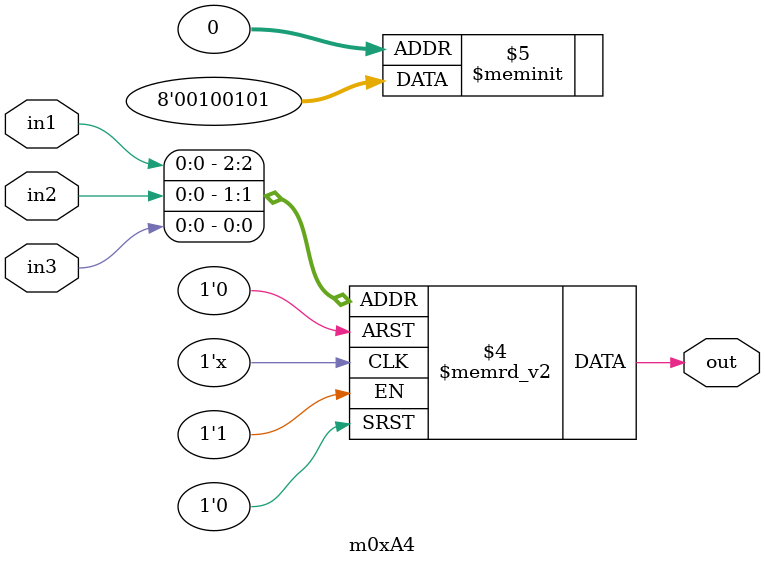
<source format=v>
module m0xA4(output out, input in1, in2, in3);

   always @(in1, in2, in3)
     begin
        case({in1, in2, in3})
          3'b000: {out} = 1'b1;
          3'b001: {out} = 1'b0;
          3'b010: {out} = 1'b1;
          3'b011: {out} = 1'b0;
          3'b100: {out} = 1'b0;
          3'b101: {out} = 1'b1;
          3'b110: {out} = 1'b0;
          3'b111: {out} = 1'b0;
        endcase // case ({in1, in2, in3})
     end // always @ (in1, in2, in3)

endmodule // m0xA4
</source>
